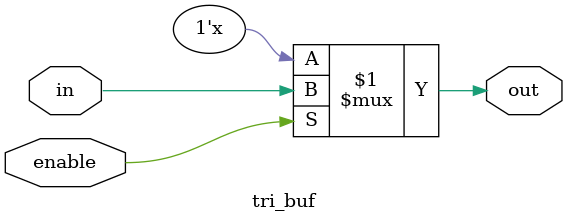
<source format=v>
module tri_buf (in,out,enable);
input in, enable;
output out;

assign out = enable ? in : 1'bz;
   	  	 
endmodule
</source>
